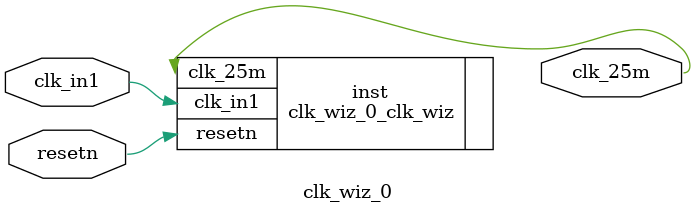
<source format=v>


`timescale 1ps/1ps

(* CORE_GENERATION_INFO = "clk_wiz_0,clk_wiz_v6_0_4_0_0,{component_name=clk_wiz_0,use_phase_alignment=true,use_min_o_jitter=false,use_max_i_jitter=false,use_dyn_phase_shift=false,use_inclk_switchover=false,use_dyn_reconfig=false,enable_axi=0,feedback_source=FDBK_AUTO,PRIMITIVE=PLL,num_out_clk=1,clkin1_period=20.000,clkin2_period=10.000,use_power_down=false,use_reset=true,use_locked=false,use_inclk_stopped=false,feedback_type=SINGLE,CLOCK_MGR_TYPE=NA,manual_override=false}" *)

module clk_wiz_0 
 (
  // Clock out ports
  output        clk_25m,
  // Status and control signals
  input         resetn,
 // Clock in ports
  input         clk_in1
 );

  clk_wiz_0_clk_wiz inst
  (
  // Clock out ports  
  .clk_25m(clk_25m),
  // Status and control signals               
  .resetn(resetn), 
 // Clock in ports
  .clk_in1(clk_in1)
  );

endmodule

</source>
